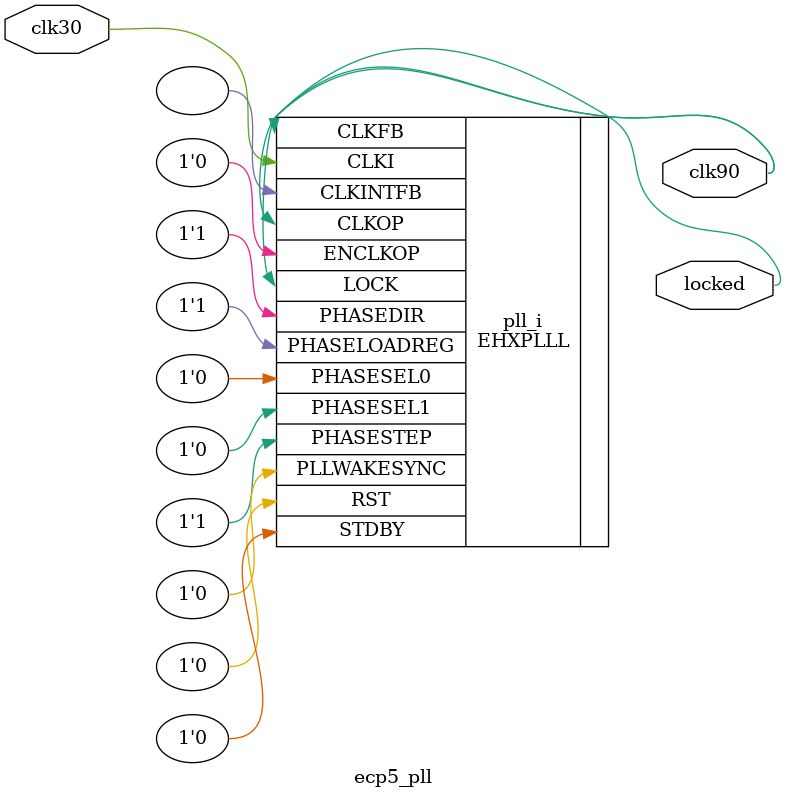
<source format=v>
module ecp5_pll
(
    input clk30, // 30 MHz, 0 deg
    output clk90, // 90 MHz, 0 deg
    output locked
);
(* FREQUENCY_PIN_CLKI="30" *)
(* FREQUENCY_PIN_CLKOP="90" *)
(* ICP_CURRENT="12" *) (* LPF_RESISTOR="8" *) (* MFG_ENABLE_FILTEROPAMP="1" *) (* MFG_GMCREF_SEL="2" *)
EHXPLLL #(
        .PLLRST_ENA("DISABLED"),
        .INTFB_WAKE("DISABLED"),
        .STDBY_ENABLE("DISABLED"),
        .DPHASE_SOURCE("DISABLED"),
        .OUTDIVIDER_MUXA("DIVA"),
        .OUTDIVIDER_MUXB("DIVB"),
        .OUTDIVIDER_MUXC("DIVC"),
        .OUTDIVIDER_MUXD("DIVD"),
        .CLKI_DIV(1),
        .CLKOP_ENABLE("ENABLED"),
        .CLKOP_DIV(7),
        .CLKOP_CPHASE(3),
        .CLKOP_FPHASE(0),
        .FEEDBK_PATH("CLKOP"),
        .CLKFB_DIV(3)
    ) pll_i (
        .RST(1'b0),
        .STDBY(1'b0),
        .CLKI(clk30),
        .CLKOP(clk90),
        .CLKFB(clk90),
        .CLKINTFB(),
        .PHASESEL0(1'b0),
        .PHASESEL1(1'b0),
        .PHASEDIR(1'b1),
        .PHASESTEP(1'b1),
        .PHASELOADREG(1'b1),
        .PLLWAKESYNC(1'b0),
        .ENCLKOP(1'b0),
        .LOCK(locked)
	);
endmodule

</source>
